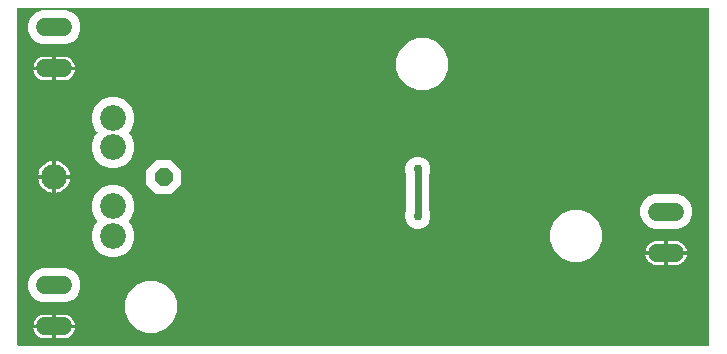
<source format=gbr>
G04 EAGLE Gerber RS-274X export*
G75*
%MOMM*%
%FSLAX34Y34*%
%LPD*%
%INBottom Copper*%
%IPPOS*%
%AMOC8*
5,1,8,0,0,1.08239X$1,22.5*%
G01*
%ADD10P,1.649562X8X22.500000*%
%ADD11C,1.508000*%
%ADD12C,2.184400*%
%ADD13C,1.500000*%
%ADD14C,0.756400*%
%ADD15C,0.584200*%

G36*
X592258Y7004D02*
X592258Y7004D01*
X592277Y7002D01*
X592379Y7024D01*
X592481Y7040D01*
X592498Y7050D01*
X592518Y7054D01*
X592607Y7107D01*
X592698Y7156D01*
X592712Y7170D01*
X592729Y7180D01*
X592796Y7259D01*
X592868Y7334D01*
X592876Y7352D01*
X592889Y7367D01*
X592928Y7463D01*
X592971Y7557D01*
X592973Y7577D01*
X592981Y7595D01*
X592999Y7762D01*
X592999Y292238D01*
X592996Y292258D01*
X592998Y292277D01*
X592976Y292379D01*
X592960Y292481D01*
X592950Y292498D01*
X592946Y292518D01*
X592893Y292607D01*
X592844Y292698D01*
X592830Y292712D01*
X592820Y292729D01*
X592741Y292796D01*
X592666Y292868D01*
X592648Y292876D01*
X592633Y292889D01*
X592537Y292928D01*
X592443Y292971D01*
X592423Y292973D01*
X592405Y292981D01*
X592238Y292999D01*
X7762Y292999D01*
X7742Y292996D01*
X7723Y292998D01*
X7621Y292976D01*
X7519Y292960D01*
X7502Y292950D01*
X7482Y292946D01*
X7393Y292893D01*
X7302Y292844D01*
X7288Y292830D01*
X7271Y292820D01*
X7204Y292741D01*
X7132Y292666D01*
X7124Y292648D01*
X7111Y292633D01*
X7072Y292537D01*
X7029Y292443D01*
X7027Y292423D01*
X7019Y292405D01*
X7001Y292238D01*
X7001Y7762D01*
X7004Y7742D01*
X7002Y7723D01*
X7024Y7621D01*
X7040Y7519D01*
X7050Y7502D01*
X7054Y7482D01*
X7107Y7393D01*
X7156Y7302D01*
X7170Y7288D01*
X7180Y7271D01*
X7259Y7204D01*
X7334Y7132D01*
X7352Y7124D01*
X7367Y7111D01*
X7463Y7072D01*
X7557Y7029D01*
X7577Y7027D01*
X7595Y7019D01*
X7762Y7001D01*
X592238Y7001D01*
X592258Y7004D01*
G37*
%LPC*%
G36*
X84535Y156937D02*
X84535Y156937D01*
X77948Y159666D01*
X72906Y164708D01*
X70177Y171295D01*
X70177Y178425D01*
X72906Y185012D01*
X74715Y186822D01*
X74727Y186838D01*
X74742Y186850D01*
X74798Y186938D01*
X74859Y187021D01*
X74865Y187040D01*
X74875Y187057D01*
X74901Y187158D01*
X74931Y187257D01*
X74931Y187276D01*
X74935Y187296D01*
X74927Y187399D01*
X74925Y187502D01*
X74918Y187521D01*
X74916Y187541D01*
X74876Y187636D01*
X74840Y187733D01*
X74828Y187749D01*
X74820Y187767D01*
X74715Y187898D01*
X72906Y189708D01*
X70177Y196295D01*
X70177Y203425D01*
X72906Y210012D01*
X77948Y215054D01*
X84535Y217783D01*
X91665Y217783D01*
X98252Y215054D01*
X103294Y210012D01*
X106023Y203425D01*
X106023Y196295D01*
X103294Y189708D01*
X101485Y187898D01*
X101473Y187882D01*
X101458Y187870D01*
X101402Y187782D01*
X101341Y187699D01*
X101335Y187680D01*
X101325Y187663D01*
X101299Y187562D01*
X101269Y187463D01*
X101269Y187444D01*
X101265Y187424D01*
X101273Y187321D01*
X101275Y187218D01*
X101282Y187199D01*
X101284Y187179D01*
X101324Y187084D01*
X101360Y186987D01*
X101372Y186971D01*
X101380Y186953D01*
X101485Y186822D01*
X103294Y185012D01*
X106023Y178425D01*
X106023Y171295D01*
X103294Y164708D01*
X98252Y159666D01*
X91665Y156937D01*
X84535Y156937D01*
G37*
%LPD*%
%LPC*%
G36*
X84535Y81937D02*
X84535Y81937D01*
X77948Y84666D01*
X72906Y89708D01*
X70177Y96295D01*
X70177Y103425D01*
X72906Y110012D01*
X74715Y111822D01*
X74727Y111838D01*
X74742Y111850D01*
X74798Y111938D01*
X74859Y112021D01*
X74865Y112040D01*
X74875Y112057D01*
X74901Y112158D01*
X74931Y112257D01*
X74931Y112276D01*
X74935Y112296D01*
X74927Y112399D01*
X74925Y112502D01*
X74918Y112521D01*
X74916Y112541D01*
X74876Y112636D01*
X74840Y112733D01*
X74828Y112749D01*
X74820Y112767D01*
X74715Y112898D01*
X72906Y114708D01*
X70177Y121295D01*
X70177Y128425D01*
X72906Y135012D01*
X77948Y140054D01*
X84535Y142783D01*
X91665Y142783D01*
X98252Y140054D01*
X103294Y135012D01*
X106023Y128425D01*
X106023Y121295D01*
X103294Y114708D01*
X101485Y112898D01*
X101473Y112882D01*
X101458Y112870D01*
X101402Y112782D01*
X101341Y112699D01*
X101335Y112680D01*
X101325Y112663D01*
X101299Y112562D01*
X101269Y112463D01*
X101269Y112444D01*
X101265Y112424D01*
X101273Y112321D01*
X101275Y112218D01*
X101282Y112199D01*
X101284Y112179D01*
X101324Y112084D01*
X101360Y111987D01*
X101372Y111971D01*
X101380Y111953D01*
X101485Y111822D01*
X103294Y110012D01*
X106023Y103425D01*
X106023Y96295D01*
X103294Y89708D01*
X98252Y84666D01*
X91665Y81937D01*
X84535Y81937D01*
G37*
%LPD*%
%LPC*%
G36*
X345624Y222999D02*
X345624Y222999D01*
X337538Y226349D01*
X331349Y232538D01*
X327999Y240624D01*
X327999Y249376D01*
X331349Y257462D01*
X337538Y263651D01*
X345624Y267001D01*
X354376Y267001D01*
X362462Y263651D01*
X368651Y257462D01*
X372001Y249376D01*
X372001Y240624D01*
X368651Y232538D01*
X362462Y226349D01*
X354376Y222999D01*
X345624Y222999D01*
G37*
%LPD*%
%LPC*%
G36*
X475624Y77999D02*
X475624Y77999D01*
X467538Y81349D01*
X461349Y87538D01*
X457999Y95624D01*
X457999Y104376D01*
X461349Y112462D01*
X467538Y118651D01*
X475624Y122001D01*
X484376Y122001D01*
X492462Y118651D01*
X498651Y112462D01*
X502001Y104376D01*
X502001Y95624D01*
X498651Y87538D01*
X492462Y81349D01*
X484376Y77999D01*
X475624Y77999D01*
G37*
%LPD*%
%LPC*%
G36*
X115624Y17999D02*
X115624Y17999D01*
X107538Y21349D01*
X101349Y27538D01*
X97999Y35624D01*
X97999Y44376D01*
X101349Y52462D01*
X107538Y58651D01*
X115624Y62001D01*
X124376Y62001D01*
X132462Y58651D01*
X138651Y52462D01*
X142001Y44376D01*
X142001Y35624D01*
X138651Y27538D01*
X132462Y21349D01*
X124376Y17999D01*
X115624Y17999D01*
G37*
%LPD*%
%LPC*%
G36*
X343905Y106057D02*
X343905Y106057D01*
X339942Y107699D01*
X336909Y110732D01*
X335267Y114695D01*
X335267Y118985D01*
X336070Y120924D01*
X336079Y120962D01*
X336089Y120983D01*
X336091Y121002D01*
X336110Y121048D01*
X336119Y121131D01*
X336126Y121163D01*
X336125Y121182D01*
X336128Y121215D01*
X336128Y151835D01*
X336118Y151900D01*
X336117Y151965D01*
X336094Y152045D01*
X336089Y152078D01*
X336079Y152095D01*
X336070Y152126D01*
X335267Y154065D01*
X335267Y158355D01*
X336909Y162318D01*
X339942Y165351D01*
X343905Y166993D01*
X348195Y166993D01*
X352158Y165351D01*
X355191Y162318D01*
X356833Y158355D01*
X356833Y154065D01*
X356030Y152126D01*
X356015Y152063D01*
X355990Y152002D01*
X355981Y151919D01*
X355974Y151887D01*
X355975Y151868D01*
X355972Y151835D01*
X355972Y121215D01*
X355982Y121150D01*
X355983Y121085D01*
X356006Y121005D01*
X356011Y120972D01*
X356021Y120955D01*
X356030Y120924D01*
X356833Y118985D01*
X356833Y114695D01*
X355191Y110732D01*
X352158Y107699D01*
X348195Y106057D01*
X343905Y106057D01*
G37*
%LPD*%
%LPC*%
G36*
X27668Y262039D02*
X27668Y262039D01*
X22323Y264253D01*
X18233Y268343D01*
X16019Y273688D01*
X16019Y279472D01*
X18233Y284817D01*
X22323Y288907D01*
X27668Y291121D01*
X48532Y291121D01*
X53877Y288907D01*
X57967Y284817D01*
X60181Y279472D01*
X60181Y273688D01*
X57967Y268343D01*
X53877Y264253D01*
X48532Y262039D01*
X27668Y262039D01*
G37*
%LPD*%
%LPC*%
G36*
X545828Y105829D02*
X545828Y105829D01*
X540483Y108043D01*
X536393Y112133D01*
X534179Y117478D01*
X534179Y123262D01*
X536393Y128607D01*
X540483Y132697D01*
X545828Y134911D01*
X566692Y134911D01*
X572037Y132697D01*
X576127Y128607D01*
X578341Y123262D01*
X578341Y117478D01*
X576127Y112133D01*
X572037Y108043D01*
X566692Y105829D01*
X545828Y105829D01*
G37*
%LPD*%
%LPC*%
G36*
X27668Y43599D02*
X27668Y43599D01*
X22323Y45813D01*
X18233Y49903D01*
X16019Y55248D01*
X16019Y61032D01*
X18233Y66377D01*
X22323Y70467D01*
X27668Y72681D01*
X48532Y72681D01*
X53877Y70467D01*
X57967Y66377D01*
X60181Y61032D01*
X60181Y55248D01*
X57967Y49903D01*
X53877Y45813D01*
X48532Y43599D01*
X27668Y43599D01*
G37*
%LPD*%
%LPC*%
G36*
X124754Y135239D02*
X124754Y135239D01*
X116189Y143804D01*
X116189Y155916D01*
X124754Y164481D01*
X136866Y164481D01*
X145431Y155916D01*
X145431Y143804D01*
X136866Y135239D01*
X124754Y135239D01*
G37*
%LPD*%
%LPC*%
G36*
X39623Y243103D02*
X39623Y243103D01*
X39623Y251661D01*
X46433Y251661D01*
X48001Y251413D01*
X49510Y250922D01*
X50923Y250202D01*
X52207Y249269D01*
X53329Y248147D01*
X54262Y246863D01*
X54982Y245450D01*
X55473Y243941D01*
X55605Y243103D01*
X39623Y243103D01*
G37*
%LPD*%
%LPC*%
G36*
X557783Y86893D02*
X557783Y86893D01*
X557783Y95451D01*
X564593Y95451D01*
X566161Y95203D01*
X567670Y94712D01*
X569083Y93992D01*
X570367Y93059D01*
X571489Y91937D01*
X572422Y90653D01*
X573142Y89240D01*
X573633Y87731D01*
X573765Y86893D01*
X557783Y86893D01*
G37*
%LPD*%
%LPC*%
G36*
X39623Y24663D02*
X39623Y24663D01*
X39623Y33221D01*
X46433Y33221D01*
X48001Y32973D01*
X49510Y32482D01*
X50923Y31762D01*
X52207Y30829D01*
X53329Y29707D01*
X54262Y28423D01*
X54982Y27010D01*
X55473Y25501D01*
X55605Y24663D01*
X39623Y24663D01*
G37*
%LPD*%
%LPC*%
G36*
X20595Y243103D02*
X20595Y243103D01*
X20727Y243941D01*
X21218Y245450D01*
X21938Y246863D01*
X22871Y248147D01*
X23993Y249269D01*
X25277Y250202D01*
X26690Y250922D01*
X28199Y251413D01*
X29767Y251661D01*
X36577Y251661D01*
X36577Y243103D01*
X20595Y243103D01*
G37*
%LPD*%
%LPC*%
G36*
X538755Y86893D02*
X538755Y86893D01*
X538887Y87731D01*
X539378Y89240D01*
X540098Y90653D01*
X541031Y91937D01*
X542153Y93059D01*
X543437Y93992D01*
X544850Y94712D01*
X546359Y95203D01*
X547927Y95451D01*
X554737Y95451D01*
X554737Y86893D01*
X538755Y86893D01*
G37*
%LPD*%
%LPC*%
G36*
X20595Y24663D02*
X20595Y24663D01*
X20727Y25501D01*
X21218Y27010D01*
X21938Y28423D01*
X22871Y29707D01*
X23993Y30829D01*
X25277Y31762D01*
X26690Y32482D01*
X28199Y32973D01*
X29767Y33221D01*
X36577Y33221D01*
X36577Y24663D01*
X20595Y24663D01*
G37*
%LPD*%
%LPC*%
G36*
X39623Y231499D02*
X39623Y231499D01*
X39623Y240057D01*
X55605Y240057D01*
X55473Y239219D01*
X54982Y237710D01*
X54262Y236297D01*
X53329Y235013D01*
X52207Y233891D01*
X50923Y232958D01*
X49510Y232238D01*
X48001Y231747D01*
X46433Y231499D01*
X39623Y231499D01*
G37*
%LPD*%
%LPC*%
G36*
X557783Y75289D02*
X557783Y75289D01*
X557783Y83847D01*
X573765Y83847D01*
X573633Y83009D01*
X573142Y81500D01*
X572422Y80087D01*
X571489Y78803D01*
X570367Y77681D01*
X569083Y76748D01*
X567670Y76028D01*
X566161Y75537D01*
X564593Y75289D01*
X557783Y75289D01*
G37*
%LPD*%
%LPC*%
G36*
X39623Y13059D02*
X39623Y13059D01*
X39623Y21617D01*
X55605Y21617D01*
X55473Y20779D01*
X54982Y19270D01*
X54262Y17857D01*
X53329Y16573D01*
X52207Y15451D01*
X50923Y14518D01*
X49510Y13798D01*
X48001Y13307D01*
X46433Y13059D01*
X39623Y13059D01*
G37*
%LPD*%
%LPC*%
G36*
X29767Y231499D02*
X29767Y231499D01*
X28199Y231747D01*
X26690Y232238D01*
X25277Y232958D01*
X23993Y233891D01*
X22871Y235013D01*
X21938Y236297D01*
X21218Y237710D01*
X20727Y239219D01*
X20595Y240057D01*
X36577Y240057D01*
X36577Y231499D01*
X29767Y231499D01*
G37*
%LPD*%
%LPC*%
G36*
X547927Y75289D02*
X547927Y75289D01*
X546359Y75537D01*
X544850Y76028D01*
X543437Y76748D01*
X542153Y77681D01*
X541031Y78803D01*
X540098Y80087D01*
X539378Y81500D01*
X538887Y83009D01*
X538755Y83847D01*
X554737Y83847D01*
X554737Y75289D01*
X547927Y75289D01*
G37*
%LPD*%
%LPC*%
G36*
X29767Y13059D02*
X29767Y13059D01*
X28199Y13307D01*
X26690Y13798D01*
X25277Y14518D01*
X23993Y15451D01*
X22871Y16573D01*
X21938Y17857D01*
X21218Y19270D01*
X20727Y20779D01*
X20595Y21617D01*
X36577Y21617D01*
X36577Y13059D01*
X29767Y13059D01*
G37*
%LPD*%
%LPC*%
G36*
X39623Y151383D02*
X39623Y151383D01*
X39623Y163249D01*
X41252Y162991D01*
X43268Y162336D01*
X45156Y161374D01*
X46870Y160129D01*
X48369Y158630D01*
X49614Y156916D01*
X50576Y155028D01*
X51231Y153012D01*
X51489Y151383D01*
X39623Y151383D01*
G37*
%LPD*%
%LPC*%
G36*
X24711Y151383D02*
X24711Y151383D01*
X24969Y153012D01*
X25624Y155028D01*
X26586Y156916D01*
X27831Y158630D01*
X29330Y160129D01*
X31044Y161374D01*
X32932Y162336D01*
X34948Y162991D01*
X36577Y163249D01*
X36577Y151383D01*
X24711Y151383D01*
G37*
%LPD*%
%LPC*%
G36*
X39623Y148337D02*
X39623Y148337D01*
X51489Y148337D01*
X51231Y146708D01*
X50576Y144692D01*
X49614Y142804D01*
X48369Y141090D01*
X46870Y139591D01*
X45156Y138346D01*
X43268Y137384D01*
X41252Y136729D01*
X39623Y136471D01*
X39623Y148337D01*
G37*
%LPD*%
%LPC*%
G36*
X34948Y136729D02*
X34948Y136729D01*
X32932Y137384D01*
X31044Y138346D01*
X29330Y139591D01*
X27831Y141090D01*
X26586Y142804D01*
X25624Y144692D01*
X24969Y146708D01*
X24711Y148337D01*
X36577Y148337D01*
X36577Y136471D01*
X34948Y136729D01*
G37*
%LPD*%
%LPC*%
G36*
X38099Y241579D02*
X38099Y241579D01*
X38099Y241581D01*
X38101Y241581D01*
X38101Y241579D01*
X38099Y241579D01*
G37*
%LPD*%
%LPC*%
G36*
X38099Y149859D02*
X38099Y149859D01*
X38099Y149861D01*
X38101Y149861D01*
X38101Y149859D01*
X38099Y149859D01*
G37*
%LPD*%
%LPC*%
G36*
X556259Y85369D02*
X556259Y85369D01*
X556259Y85371D01*
X556261Y85371D01*
X556261Y85369D01*
X556259Y85369D01*
G37*
%LPD*%
%LPC*%
G36*
X38099Y23139D02*
X38099Y23139D01*
X38099Y23141D01*
X38101Y23141D01*
X38101Y23139D01*
X38099Y23139D01*
G37*
%LPD*%
D10*
X130810Y149860D03*
D11*
X45640Y241580D02*
X30560Y241580D01*
X30560Y276580D02*
X45640Y276580D01*
X45640Y23140D02*
X30560Y23140D01*
X30560Y58140D02*
X45640Y58140D01*
X548720Y85370D02*
X563800Y85370D01*
X563800Y120370D02*
X548720Y120370D01*
D12*
X38100Y149860D03*
X88100Y174860D03*
X88100Y199860D03*
X88100Y124860D03*
X88100Y99860D03*
D13*
X287020Y226060D03*
X444500Y147320D03*
D14*
X346050Y116840D03*
D15*
X346050Y156210D01*
D14*
X346050Y156210D03*
M02*

</source>
